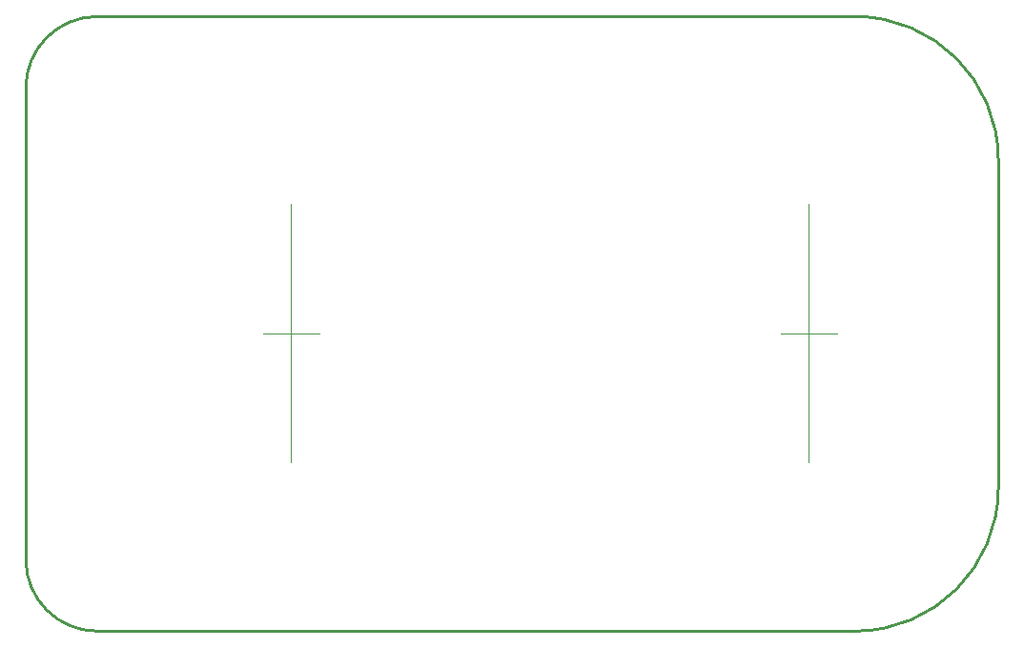
<source format=gm1>
%FSLAX43Y43*%
%MOMM*%
G71*
G01*
G75*
G04 Layer_Color=16711935*
%ADD10C,0.254*%
%ADD11R,0.813X0.914*%
%ADD12R,1.000X0.900*%
%ADD13R,1.300X1.400*%
%ADD14O,1.200X0.250*%
%ADD15R,0.400X1.600*%
%ADD16O,0.400X1.600*%
%ADD17R,1.890X1.570*%
%ADD18R,0.914X0.813*%
%ADD19R,0.900X1.000*%
%ADD20R,0.800X0.800*%
%ADD21R,2.000X1.450*%
%ADD22R,1.200X0.250*%
%ADD23R,0.900X0.400*%
%ADD24R,4.000X2.050*%
%ADD25R,2.300X0.500*%
%ADD26R,3.500X2.050*%
%ADD27R,1.400X1.300*%
%ADD28R,2.400X3.300*%
%ADD29R,2.400X0.950*%
%ADD30R,1.700X0.600*%
%ADD31R,1.000X1.000*%
%ADD32R,0.600X1.700*%
%ADD33R,1.000X1.000*%
%ADD34C,0.200*%
%ADD35C,0.400*%
%ADD36C,0.500*%
%ADD37C,0.800*%
%ADD38C,1.000*%
%ADD39C,0.508*%
%ADD40R,1.700X2.100*%
%ADD41C,4.500*%
%ADD42R,1.420X1.420*%
%ADD43C,1.420*%
%ADD44C,1.600*%
%ADD45R,1.600X1.600*%
%ADD46O,3.340X1.800*%
%ADD47C,5.500*%
%ADD48C,1.000*%
%ADD49O,2.000X4.500*%
%ADD50R,2.000X5.000*%
%ADD51O,4.000X2.000*%
%ADD52C,1.700*%
%ADD53C,3.200*%
%ADD54C,3.000*%
%ADD55R,1.500X1.500*%
%ADD56C,1.500*%
%ADD57C,1.480*%
%ADD58R,1.480X1.480*%
%ADD59C,1.270*%
%ADD60C,0.800*%
G04:AMPARAMS|DCode=61|XSize=1mm|YSize=1.5mm|CornerRadius=0.25mm|HoleSize=0mm|Usage=FLASHONLY|Rotation=0.000|XOffset=0mm|YOffset=0mm|HoleType=Round|Shape=RoundedRectangle|*
%AMROUNDEDRECTD61*
21,1,1.000,1.000,0,0,0.0*
21,1,0.500,1.500,0,0,0.0*
1,1,0.500,0.250,-0.500*
1,1,0.500,-0.250,-0.500*
1,1,0.500,-0.250,0.500*
1,1,0.500,0.250,0.500*
%
%ADD61ROUNDEDRECTD61*%
%ADD62R,2.600X2.200*%
%ADD63R,0.400X0.650*%
%ADD64R,0.520X0.300*%
%ADD65R,2.200X1.200*%
%ADD66R,1.400X1.600*%
%ADD67R,1.400X1.200*%
%ADD68R,1.600X0.700*%
%ADD69C,0.305*%
%ADD70R,1.700X1.600*%
%ADD71C,0.250*%
%ADD72C,0.100*%
%ADD73C,0.120*%
%ADD74C,0.300*%
%ADD75R,1.016X1.118*%
%ADD76R,1.203X1.103*%
%ADD77R,1.503X1.603*%
%ADD78O,1.300X0.350*%
%ADD79R,0.603X1.803*%
%ADD80O,0.603X1.803*%
%ADD81R,2.093X1.773*%
%ADD82R,1.118X1.016*%
%ADD83R,1.103X1.203*%
%ADD84R,1.003X1.003*%
%ADD85R,2.040X1.490*%
%ADD86R,1.240X0.290*%
%ADD87R,1.000X0.500*%
%ADD88R,4.203X2.253*%
%ADD89R,2.503X0.703*%
%ADD90R,3.703X2.253*%
%ADD91R,1.603X1.503*%
%ADD92R,2.603X3.503*%
%ADD93R,2.603X1.153*%
%ADD94R,1.903X0.803*%
%ADD95R,1.203X1.203*%
%ADD96R,0.803X1.903*%
%ADD97R,1.203X1.203*%
%ADD98C,4.703*%
%ADD99R,1.623X1.623*%
%ADD100C,1.623*%
%ADD101C,1.803*%
%ADD102R,1.803X1.803*%
%ADD103O,3.543X2.003*%
%ADD104R,0.040X0.290*%
%ADD105C,5.600*%
%ADD106C,1.203*%
%ADD107O,2.203X4.703*%
%ADD108R,2.203X5.203*%
%ADD109O,4.203X2.203*%
%ADD110C,1.903*%
%ADD111C,3.403*%
%ADD112C,3.203*%
%ADD113R,1.703X1.703*%
%ADD114C,1.703*%
%ADD115C,1.683*%
%ADD116R,1.683X1.683*%
%ADD117C,1.473*%
%ADD118C,1.003*%
G04:AMPARAMS|DCode=119|XSize=1.203mm|YSize=1.703mm|CornerRadius=0.352mm|HoleSize=0mm|Usage=FLASHONLY|Rotation=0.000|XOffset=0mm|YOffset=0mm|HoleType=Round|Shape=RoundedRectangle|*
%AMROUNDEDRECTD119*
21,1,1.203,1.000,0,0,0.0*
21,1,0.500,1.703,0,0,0.0*
1,1,0.703,0.250,-0.500*
1,1,0.703,-0.250,-0.500*
1,1,0.703,-0.250,0.500*
1,1,0.703,0.250,0.500*
%
%ADD119ROUNDEDRECTD119*%
%ADD120R,2.803X2.403*%
%ADD121R,0.603X0.853*%
%ADD122R,0.620X0.400*%
%ADD123R,2.327X1.327*%
%ADD124R,1.527X1.727*%
%ADD125R,1.527X1.327*%
%ADD126R,1.728X0.828*%
%ADD127R,1.727X0.827*%
D10*
X68961Y109728D02*
G03*
X62611Y103378I0J-6350D01*
G01*
Y61468D02*
G03*
X68961Y55118I6350J0D01*
G01*
X136271D02*
G03*
X148971Y67818I0J12700D01*
G01*
Y97028D02*
G03*
X136271Y109728I-12700J0D01*
G01*
X148971Y95758D02*
Y97028D01*
X62611Y102108D02*
Y103378D01*
Y61468D02*
Y102108D01*
X68961Y55118D02*
X136271D01*
X68961Y109728D02*
X136271D01*
X148971Y67818D02*
Y95758D01*
D72*
X129650Y81600D02*
X134650D01*
X132150Y70100D02*
Y81600D01*
Y93100D01*
X129650Y81600D02*
X134650D01*
X132150Y70100D02*
Y81600D01*
Y93100D01*
X83650Y81600D02*
X88650D01*
X86150Y70100D02*
Y81600D01*
Y93100D01*
X83650Y81600D02*
X88650D01*
X86150Y70100D02*
Y81600D01*
Y93100D01*
M02*

</source>
